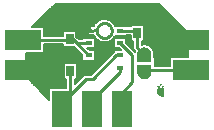
<source format=gtl>
G04 DipTrace 2.4.0.2*
%INinmp441.gtl*%
%MOMM*%
%ADD10C,0.25*%
%ADD13C,0.254*%
%ADD15C,0.152*%
%ADD16R,0.7X0.9*%
%ADD17R,1.6X1.7*%
%ADD18R,2.032X1.7*%
%ADD19R,1.7X1.6*%
%ADD20R,1.7X2.032*%
%ADD22R,0.6X0.4*%
%ADD24C,0.686*%
%FSLAX53Y53*%
G04*
G71*
G90*
G75*
G01*
%LNTop*%
%LPD*%
X20188Y18229D2*
D13*
X16800D1*
X16450Y17878D1*
X16055Y17484D1*
Y17131D1*
X15337D1*
Y17004D1*
X15160D1*
X14439Y17725D1*
X14519Y15046D2*
X12506D1*
X11270Y13810D1*
X14519Y15046D2*
X14990D1*
X16055Y13981D1*
X23970Y16350D2*
X22067D1*
X20188Y18229D1*
X15804Y17576D2*
X16106Y17878D1*
X16450D1*
X15337Y17086D2*
Y17131D1*
X18715D2*
X19987D1*
X20188Y16929D1*
Y15698D1*
X20764Y15122D1*
X18715Y13981D2*
Y13635D1*
X16350Y11270D1*
X13810D2*
X14033D1*
X15792Y13029D1*
X16411D1*
X18413Y15031D1*
X18715D1*
X14519Y13746D2*
Y11979D1*
X13810Y11270D1*
X11270Y16350D2*
X14364D1*
X14439Y16425D1*
X14723D1*
X15068Y16081D1*
X16055D1*
X14439Y16425D2*
X14661D1*
X16055Y15031D1*
X23970Y13810D2*
X20940D1*
X20764Y13634D1*
X18890Y11270D2*
X18265D1*
X19738Y12743D1*
Y15057D1*
X18715Y16081D1*
D24*
X15804Y17576D3*
X15337Y17086D3*
X13129Y19275D2*
D15*
X22109D1*
X12981Y19126D2*
X22259D1*
X12831Y18977D2*
X22407D1*
X12681Y18828D2*
X22557D1*
X12534Y18678D2*
X22707D1*
X12384Y18529D2*
X22855D1*
X12236Y18380D2*
X23005D1*
X12086Y18231D2*
X23152D1*
X11936Y18082D2*
X17066D1*
X17696D2*
X23302D1*
X11788Y17933D2*
X16775D1*
X17987D2*
X23452D1*
X11638Y17784D2*
X16623D1*
X18139D2*
X23600D1*
X11491Y17635D2*
X16518D1*
X18246D2*
X23750D1*
X11341Y17486D2*
X16218D1*
X20787D2*
X23898D1*
X12319Y17337D2*
X15932D1*
X20787D2*
X24048D1*
X12319Y17188D2*
X15870D1*
X20787D2*
X24198D1*
X12319Y17039D2*
X13839D1*
X15039D2*
X15875D1*
X20787D2*
X24345D1*
X12319Y16890D2*
X13839D1*
X15039D2*
X15951D1*
X20787D2*
X24488D1*
X12319Y16741D2*
X13839D1*
X15039D2*
X16468D1*
X19266D2*
X19588D1*
X20787D2*
X24488D1*
X15084Y16592D2*
X16544D1*
X18218D2*
X19588D1*
X20787D2*
X24488D1*
X15232Y16442D2*
X15506D1*
X18089D2*
X18166D1*
X19266D2*
X19588D1*
X20787D2*
X24488D1*
X16606Y16293D2*
X16863D1*
X17899D2*
X18166D1*
X19266D2*
X19588D1*
X20787D2*
X24488D1*
X16606Y16144D2*
X18166D1*
X19266D2*
X19811D1*
X20566D2*
X24488D1*
X16606Y15995D2*
X18166D1*
X19328D2*
X19811D1*
X20566D2*
X24488D1*
X12319Y15846D2*
X13839D1*
X16606D2*
X18166D1*
X19475D2*
X19811D1*
X21221D2*
X24488D1*
X12319Y15697D2*
X14863D1*
X16606D2*
X18166D1*
X19625D2*
X19811D1*
X21399D2*
X24488D1*
X12319Y15548D2*
X15011D1*
X16063D2*
X18721D1*
X21504D2*
X24488D1*
X12319Y15399D2*
X15161D1*
X16606D2*
X18166D1*
X21571D2*
X24488D1*
X10751Y15250D2*
X15308D1*
X16606D2*
X18106D1*
X21614D2*
X24488D1*
X10751Y15101D2*
X15458D1*
X16606D2*
X17956D1*
X21614D2*
X24488D1*
X10751Y14952D2*
X15506D1*
X16606D2*
X17809D1*
X21614D2*
X24488D1*
X10751Y14803D2*
X15506D1*
X16606D2*
X17659D1*
X21673D2*
X22921D1*
X10751Y14654D2*
X15506D1*
X16606D2*
X17509D1*
X21673D2*
X22921D1*
X10751Y14505D2*
X17361D1*
X21673D2*
X22921D1*
X10751Y14356D2*
X13920D1*
X15117D2*
X17211D1*
X21673D2*
X22921D1*
X10751Y14206D2*
X13920D1*
X15117D2*
X17063D1*
X21673D2*
X22921D1*
X10751Y14057D2*
X13920D1*
X15117D2*
X16913D1*
X10751Y13908D2*
X13920D1*
X15117D2*
X16763D1*
X10751Y13759D2*
X13920D1*
X15117D2*
X16616D1*
X10751Y13610D2*
X13920D1*
X15117D2*
X16466D1*
X10751Y13461D2*
X13920D1*
X15117D2*
X16318D1*
X10751Y13312D2*
X13920D1*
X15117D2*
X15551D1*
X10853Y13163D2*
X13920D1*
X15117D2*
X15399D1*
X11000Y13014D2*
X14142D1*
X14896D2*
X15251D1*
X11150Y12865D2*
X14142D1*
X14896D2*
X15101D1*
X11300Y12716D2*
X14142D1*
X11448Y12567D2*
X14142D1*
X11598Y12418D2*
X14142D1*
X11746Y12269D2*
X12710D1*
X11896Y12120D2*
X12710D1*
X12046Y11970D2*
X12710D1*
X12193Y11821D2*
X12710D1*
X12343Y11672D2*
X12710D1*
X12491Y11523D2*
X12710D1*
X13931Y17110D2*
X15024D1*
Y16636D1*
X15220Y16442D1*
X15522D1*
X15520Y16515D1*
X16590D1*
Y15646D1*
X15949D1*
X16131Y15467D1*
X16590Y15465D1*
Y14596D1*
X15520D1*
Y15055D1*
X14834Y15740D1*
X13854D1*
Y15990D1*
X13450Y15988D1*
X12305Y15987D1*
Y15265D1*
X10735D1*
X10736Y13264D1*
X12726Y11274D1*
X12725Y12305D1*
X14156D1*
X14157Y13062D1*
X13934Y13061D1*
Y14430D1*
X15104D1*
Y13061D1*
X14881Y13060D1*
Y12629D1*
X15537Y13285D1*
X15596Y13333D1*
X15664Y13367D1*
X15723Y13384D1*
X15869Y13391D1*
X16263Y13393D1*
X18149Y15278D1*
X18180Y15358D1*
Y15465D1*
X18821D1*
X18639Y15645D1*
X18180Y15646D1*
Y16515D1*
X19250D1*
Y16056D1*
X19956Y15351D1*
X19969Y15405D1*
X19885Y15501D1*
X19850Y15569D1*
X19833Y15629D1*
X19827Y15774D1*
Y16243D1*
X19604Y16244D1*
Y16770D1*
X19251Y16769D1*
X19250Y16696D1*
X18257D1*
X18212Y16606D1*
X18169Y16540D1*
X18092Y16461D1*
X18006Y16375D1*
X17945Y16326D1*
X17847Y16274D1*
X17740Y16219D1*
X17666Y16192D1*
X17557Y16173D1*
X17438Y16154D1*
X17360Y16150D1*
X17250Y16166D1*
X17131Y16185D1*
X17055Y16205D1*
X16956Y16254D1*
X16848Y16309D1*
X16783Y16352D1*
X16703Y16429D1*
X16618Y16515D1*
X16569Y16576D1*
X16517Y16673D1*
X16461Y16783D1*
X16271Y16767D1*
X16195Y16769D1*
X16121Y16786D1*
X16052Y16818D1*
X15992Y16864D1*
X15942Y16922D1*
X15906Y16989D1*
X15885Y17062D1*
X15879Y17137D1*
X15890Y17213D1*
X15916Y17284D1*
X15956Y17349D1*
X16010Y17403D1*
X16073Y17445D1*
X16144Y17473D1*
X16282Y17491D1*
X16469Y17508D1*
X16552Y17673D1*
X16595Y17738D1*
X16671Y17818D1*
X16757Y17903D1*
X16818Y17952D1*
X16916Y18004D1*
X17024Y18059D1*
X17097Y18087D1*
X17206Y18106D1*
X17325Y18125D1*
X17404Y18128D1*
X17513Y18113D1*
X17633Y18094D1*
X17708Y18073D1*
X17807Y18024D1*
X17915Y17970D1*
X17981Y17926D1*
X18060Y17849D1*
X18146Y17764D1*
X18194Y17703D1*
X18246Y17605D1*
X18267Y17565D1*
X19250D1*
Y17491D1*
X19603Y17492D1*
X19604Y17614D1*
X20773D1*
Y16244D1*
X20550Y16243D1*
Y15941D1*
X20723Y15971D1*
X20805D1*
X21005Y15936D1*
X21069Y15915D1*
X21269Y15815D1*
X21322Y15778D1*
X21400Y15677D1*
X21500Y15533D1*
X21550Y15416D1*
X21583Y15327D1*
X21598Y15245D1*
Y14926D1*
X21658Y14927D1*
Y14172D1*
X22935Y14173D1*
Y14895D1*
X24505D1*
X24504Y16896D1*
X21975Y19425D1*
X18883Y19424D1*
X13261D1*
X12909Y19069D1*
X11274Y17434D1*
X12305Y17435D1*
Y16713D1*
X13175Y16712D1*
X13854D1*
Y17110D1*
X13931D1*
D16*
X14439Y16425D3*
Y17725D3*
D17*
X11270Y16350D3*
Y13810D3*
D18*
X10000Y16350D3*
Y13810D3*
D19*
X13810Y11270D3*
X16350D3*
X18890D3*
D20*
X13810Y10000D3*
X16350D3*
X18890D3*
D17*
X23970Y13810D3*
Y16350D3*
D18*
X25240Y13810D3*
Y16350D3*
G36*
X20164Y13512D2*
Y14252D1*
X21364D1*
Y13512D1*
X21304Y13352D1*
X21164Y13152D1*
X20964Y13052D1*
X20764Y13016D1*
X20564Y13052D1*
X20364Y13152D1*
X20224Y13352D1*
X20164Y13512D1*
G37*
G36*
X21364Y15245D2*
Y14505D1*
X20164D1*
Y15245D1*
X20224Y15405D1*
X20364Y15605D1*
X20564Y15705D1*
X20764Y15740D1*
X20964Y15705D1*
X21164Y15605D1*
X21304Y15405D1*
X21364Y15245D1*
G37*
D16*
X20188Y18229D3*
Y16929D3*
X14519Y15046D3*
Y13746D3*
D22*
X18715Y13981D3*
Y15031D3*
Y16081D3*
Y17131D3*
X16055D3*
Y16081D3*
Y15031D3*
Y13981D3*
G36*
X22445Y11481D2*
X22254Y11510D1*
X22107Y11570D1*
X22013Y11646D1*
X21937Y11723D1*
X21873Y11835D1*
X21848Y11900D1*
X21827Y11996D1*
X21817Y12046D1*
X21812Y12129D1*
X21835Y12194D1*
X21873Y12232D1*
X21899Y12257D1*
X21911Y12321D1*
X21906Y12347D1*
X21891Y12397D1*
X21860Y12425D1*
X21942Y12524D1*
X22018Y12474D1*
X22036D1*
X22072Y12562D1*
X22127Y12575D1*
X22229Y12585D1*
X22122Y12332D1*
Y12300D1*
X22130Y12257D1*
X22153Y12247D1*
X22203Y12267D1*
X22267Y12383D1*
X22338Y12554D1*
X22388Y12529D1*
X22443Y12465D1*
X22368Y12275D1*
X22407Y12281D1*
X22445D1*
Y11481D1*
G37*
X16752Y17139D2*
D10*
X16753Y17183D1*
X16758Y17227D1*
X16766Y17270D1*
X16776Y17313D1*
X16790Y17355D1*
X16806Y17396D1*
X16825Y17435D1*
X16847Y17473D1*
X16872Y17510D1*
X16899Y17544D1*
X16929Y17577D1*
X16960Y17608D1*
X16994Y17636D1*
X17029Y17662D1*
X17067Y17685D1*
X17105Y17706D1*
X17146Y17724D1*
X17187Y17739D1*
X17229Y17751D1*
X17272Y17760D1*
X17316Y17766D1*
X17360Y17769D1*
X17404D1*
X17447Y17766D1*
X17491Y17760D1*
X17534Y17751D1*
X17576Y17739D1*
X17618Y17724D1*
X17658Y17706D1*
X17697Y17685D1*
X17734Y17662D1*
X17769Y17636D1*
X17803Y17608D1*
X17835Y17577D1*
X17864Y17544D1*
X17891Y17510D1*
X17916Y17473D1*
X17938Y17435D1*
X17957Y17396D1*
X17973Y17355D1*
X17987Y17313D1*
X17998Y17270D1*
X18005Y17227D1*
X18010Y17183D1*
X18011Y17139D1*
X18010Y17095D1*
X18005Y17052D1*
X17998Y17008D1*
X17987Y16966D1*
X17973Y16924D1*
X17957Y16883D1*
X17938Y16843D1*
X17916Y16805D1*
X17891Y16769D1*
X17864Y16734D1*
X17835Y16701D1*
X17803Y16671D1*
X17769Y16643D1*
X17734Y16617D1*
X17697Y16593D1*
X17658Y16573D1*
X17618Y16555D1*
X17576Y16540D1*
X17534Y16528D1*
X17491Y16519D1*
X17447Y16512D1*
X17404Y16509D1*
X17360D1*
X17316Y16512D1*
X17272Y16519D1*
X17229Y16528D1*
X17187Y16540D1*
X17146Y16555D1*
X17105Y16573D1*
X17067Y16593D1*
X17029Y16617D1*
X16994Y16643D1*
X16960Y16671D1*
X16929Y16701D1*
X16899Y16734D1*
X16872Y16769D1*
X16847Y16805D1*
X16825Y16843D1*
X16806Y16883D1*
X16790Y16924D1*
X16776Y16966D1*
X16766Y17008D1*
X16758Y17052D1*
X16753Y17095D1*
X16752Y17139D1*
X16678Y17166D2*
X16239Y17126D1*
M02*

</source>
